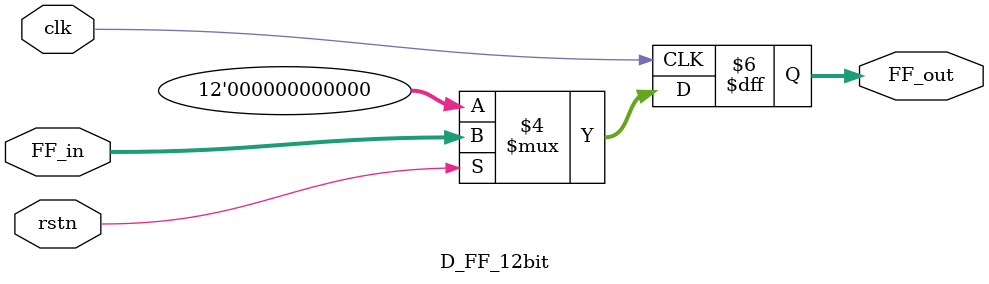
<source format=v>

module direct_filt(direct_out, direct_in, clk, rstn, c0, c1, c2, c3, c4);

    // 22.18
    output signed[22-1:0] direct_out;
    // 12.10
    input signed [12-1:0] direct_in;
    input clk, rstn;
    // 12.11
    input signed[12-1:0] c0, c1, c2, c3, c4;

    wire signed [12-1:0] x_n_1, x_n_2, x_n_3, x_n_4;
    wire signed [22-1:0] x1, x2, x3, x4;

    wire signed [22-1:0] x1_1, x1_2, x1_3, x1_4;
    wire signed [22-1:0] x2_1, x2_2, x2_3, x2_4;
    wire signed [22-1:0] x3_1, x3_2, x3_3, x3_4;

    D_FF_12bit FF01(x_n_1, direct_in, clk, rstn);
    D_FF_12bit FF02(x_n_2, x_n_1, clk, rstn);
    D_FF_12bit FF03(x_n_3, x_n_2, clk, rstn);

    assign x1 = x_n_1 >> 2 + x_n_1 >> 5;
    assign x2 = x_n_1 >> 6 - x_n_1 >> 9 + x_n_1 >> 11;
    assign x3 = -x_n_1 + x_n_2 >> 1;

    D_FF_22bit FF011(x1_1, x1, clk, rstn);
    D_FF_22bit FF012(x1_2, x1_1, clk, rstn);
    D_FF_22bit FF013(x1_3, x1_2, clk, rstn);
    D_FF_22bit FF014(x1_4, x1_3, clk, rstn);

    D_FF_22bit FF021(x2_1, x2, clk, rstn);
    D_FF_22bit FF022(x2_2, x2_1, clk, rstn);

    D_FF_22bit FF031(x3_1, x3, clk, rstn);
    D_FF_22bit FF032(x3_2, x3_1, clk, rstn);
    D_FF_22bit FF033(x3_3, x3_2, clk, rstn);

    assign direct_out = x1 + x1_1 << 1 + x1_3 << 1 + x1_4 + x1_4 >> 5 +
                    x2 + x2_1 + x2_2 + x3_1 + x3_3 + x1_4 >> 6;


    
endmodule

module D_FF_22bit (FF_out, FF_in, clk, rstn);
    output signed [22-1:0] FF_out;
    input signed [22-1:0] FF_in;
    input clk, rstn;

    reg signed [22-1:0] FF_out;

    always @ (posedge clk) begin
        if(~rstn)
            FF_out <= 1'b0;
        else 
            FF_out <= FF_in;
    end
endmodule

module D_FF_12bit (FF_out, FF_in, clk, rstn);
    output signed [12-1:0] FF_out;
    input signed [12-1:0] FF_in;
    input clk, rstn;

    reg signed [12-1:0] FF_out;

    always @ (posedge clk) begin
        if(~rstn)
            FF_out <= 1'b0;
        else 
            FF_out <= FF_in;
    end
endmodule

</source>
